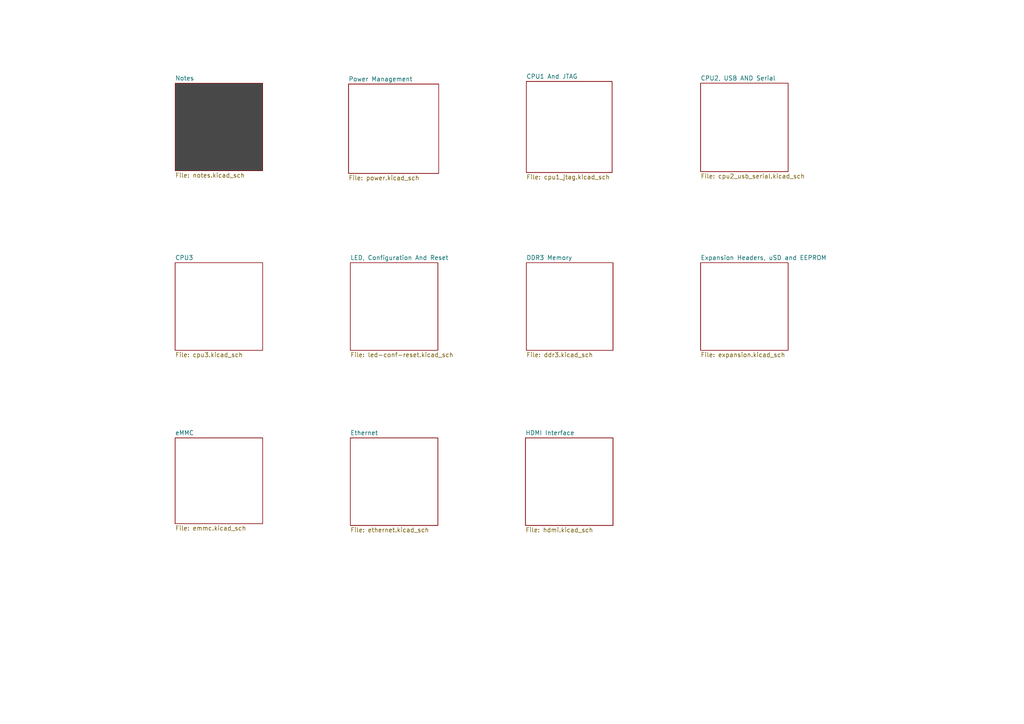
<source format=kicad_sch>
(kicad_sch
	(version 20231120)
	(generator "eeschema")
	(generator_version "8.0")
	(uuid "1648246a-cfdb-455c-9060-87fd156f3ecc")
	(paper "A4")
	(lib_symbols)
	(sheet
		(at 101.6 76.2)
		(size 25.4 25.4)
		(fields_autoplaced yes)
		(stroke
			(width 0.1524)
			(type solid)
		)
		(fill
			(color 0 0 0 0.0000)
		)
		(uuid "2d06aaa2-6deb-4b15-a772-4ad52d0b4c48")
		(property "Sheetname" "LED, Configuration And Reset"
			(at 101.6 75.4884 0)
			(effects
				(font
					(size 1.27 1.27)
				)
				(justify left bottom)
			)
		)
		(property "Sheetfile" "led-conf-reset.kicad_sch"
			(at 101.6 102.1846 0)
			(effects
				(font
					(size 1.27 1.27)
				)
				(justify left top)
			)
		)
		(instances
			(project "ginger-micro-board"
				(path "/1648246a-cfdb-455c-9060-87fd156f3ecc"
					(page "6")
				)
			)
		)
	)
	(sheet
		(at 152.654 23.622)
		(size 24.892 26.416)
		(fields_autoplaced yes)
		(stroke
			(width 0.1524)
			(type solid)
		)
		(fill
			(color 0 0 0 0.0000)
		)
		(uuid "36c59a1a-0949-4719-9755-a87e14795491")
		(property "Sheetname" "CPU1 And JTAG"
			(at 152.654 22.9104 0)
			(effects
				(font
					(size 1.27 1.27)
				)
				(justify left bottom)
			)
		)
		(property "Sheetfile" "cpu1_jtag.kicad_sch"
			(at 152.654 50.6226 0)
			(effects
				(font
					(size 1.27 1.27)
				)
				(justify left top)
			)
		)
		(instances
			(project "ginger-micro-board"
				(path "/1648246a-cfdb-455c-9060-87fd156f3ecc"
					(page "3")
				)
			)
		)
	)
	(sheet
		(at 152.4 127)
		(size 25.4 25.4)
		(fields_autoplaced yes)
		(stroke
			(width 0.1524)
			(type solid)
		)
		(fill
			(color 0 0 0 0.0000)
		)
		(uuid "81d4b508-0126-4f28-b37c-19ab9464c792")
		(property "Sheetname" "HDMI Interface"
			(at 152.4 126.2884 0)
			(effects
				(font
					(size 1.27 1.27)
				)
				(justify left bottom)
			)
		)
		(property "Sheetfile" "hdmi.kicad_sch"
			(at 152.4 152.9846 0)
			(effects
				(font
					(size 1.27 1.27)
				)
				(justify left top)
			)
		)
		(instances
			(project "ginger-micro-board"
				(path "/1648246a-cfdb-455c-9060-87fd156f3ecc"
					(page "10")
				)
			)
		)
	)
	(sheet
		(at 50.8 127)
		(size 25.4 24.892)
		(fields_autoplaced yes)
		(stroke
			(width 0.1524)
			(type solid)
		)
		(fill
			(color 0 0 0 0.0000)
		)
		(uuid "91be6c89-b132-4b34-9c60-5067d940cefe")
		(property "Sheetname" "eMMC"
			(at 50.8 126.2884 0)
			(effects
				(font
					(size 1.27 1.27)
				)
				(justify left bottom)
			)
		)
		(property "Sheetfile" "emmc.kicad_sch"
			(at 50.8 152.4766 0)
			(effects
				(font
					(size 1.27 1.27)
				)
				(justify left top)
			)
		)
		(instances
			(project "ginger-micro-board"
				(path "/1648246a-cfdb-455c-9060-87fd156f3ecc"
					(page "8")
				)
			)
		)
	)
	(sheet
		(at 152.654 76.2)
		(size 25.146 25.4)
		(fields_autoplaced yes)
		(stroke
			(width 0.1524)
			(type solid)
		)
		(fill
			(color 0 0 0 0.0000)
		)
		(uuid "aedcbe41-ee3d-4c0c-a6a0-c6ca3f8a499e")
		(property "Sheetname" "DDR3 Memory"
			(at 152.654 75.4884 0)
			(effects
				(font
					(size 1.27 1.27)
				)
				(justify left bottom)
			)
		)
		(property "Sheetfile" "ddr3.kicad_sch"
			(at 152.654 102.1846 0)
			(effects
				(font
					(size 1.27 1.27)
				)
				(justify left top)
			)
		)
		(instances
			(project "ginger-micro-board"
				(path "/1648246a-cfdb-455c-9060-87fd156f3ecc"
					(page "7")
				)
			)
		)
	)
	(sheet
		(at 50.8 76.2)
		(size 25.4 25.4)
		(fields_autoplaced yes)
		(stroke
			(width 0.1524)
			(type solid)
		)
		(fill
			(color 0 0 0 0.0000)
		)
		(uuid "b4e10f7b-4bfb-457f-8436-57eff61fca3a")
		(property "Sheetname" "CPU3"
			(at 50.8 75.4884 0)
			(effects
				(font
					(size 1.27 1.27)
				)
				(justify left bottom)
			)
		)
		(property "Sheetfile" "cpu3.kicad_sch"
			(at 50.8 102.1846 0)
			(effects
				(font
					(size 1.27 1.27)
				)
				(justify left top)
			)
		)
		(instances
			(project "ginger-micro-board"
				(path "/1648246a-cfdb-455c-9060-87fd156f3ecc"
					(page "5")
				)
			)
		)
	)
	(sheet
		(at 203.2 76.2)
		(size 25.4 25.4)
		(fields_autoplaced yes)
		(stroke
			(width 0.1524)
			(type solid)
		)
		(fill
			(color 0 0 0 0.0000)
		)
		(uuid "b772ba6e-7558-4f59-895f-3172e3573c0c")
		(property "Sheetname" "Expansion Headers, uSD and EEPROM"
			(at 203.2 75.4884 0)
			(effects
				(font
					(size 1.27 1.27)
				)
				(justify left bottom)
			)
		)
		(property "Sheetfile" "expansion.kicad_sch"
			(at 203.2 102.1846 0)
			(effects
				(font
					(size 1.27 1.27)
				)
				(justify left top)
			)
		)
		(instances
			(project "ginger-micro-board"
				(path "/1648246a-cfdb-455c-9060-87fd156f3ecc"
					(page "11")
				)
			)
		)
	)
	(sheet
		(at 50.8 24.13)
		(size 25.4 25.4)
		(fields_autoplaced yes)
		(stroke
			(width 0.1524)
			(type solid)
		)
		(fill
			(color 72 72 72 1.0000)
		)
		(uuid "b914f331-35b7-444f-9be9-cfd77a78636a")
		(property "Sheetname" "Notes"
			(at 50.8 23.4184 0)
			(effects
				(font
					(size 1.27 1.27)
				)
				(justify left bottom)
			)
		)
		(property "Sheetfile" "notes.kicad_sch"
			(at 50.8 50.1146 0)
			(effects
				(font
					(size 1.27 1.27)
				)
				(justify left top)
			)
		)
		(instances
			(project "ginger-micro-board"
				(path "/1648246a-cfdb-455c-9060-87fd156f3ecc"
					(page "1")
				)
			)
		)
	)
	(sheet
		(at 101.6 127)
		(size 25.4 25.4)
		(fields_autoplaced yes)
		(stroke
			(width 0.1524)
			(type solid)
		)
		(fill
			(color 0 0 0 0.0000)
		)
		(uuid "cc18cf2b-23ac-430c-b51c-b6a4d783027b")
		(property "Sheetname" "Ethernet"
			(at 101.6 126.2884 0)
			(effects
				(font
					(size 1.27 1.27)
				)
				(justify left bottom)
			)
		)
		(property "Sheetfile" "ethernet.kicad_sch"
			(at 101.6 152.9846 0)
			(effects
				(font
					(size 1.27 1.27)
				)
				(justify left top)
			)
		)
		(instances
			(project "ginger-micro-board"
				(path "/1648246a-cfdb-455c-9060-87fd156f3ecc"
					(page "9")
				)
			)
		)
	)
	(sheet
		(at 203.2 24.13)
		(size 25.4 25.654)
		(fields_autoplaced yes)
		(stroke
			(width 0.1524)
			(type solid)
		)
		(fill
			(color 0 0 0 0.0000)
		)
		(uuid "d2ec2b42-36fe-4830-834e-bcc2c17def23")
		(property "Sheetname" "CPU2, USB AND Serial"
			(at 203.2 23.4184 0)
			(effects
				(font
					(size 1.27 1.27)
				)
				(justify left bottom)
			)
		)
		(property "Sheetfile" "cpu2_usb_serial.kicad_sch"
			(at 203.2 50.3686 0)
			(effects
				(font
					(size 1.27 1.27)
				)
				(justify left top)
			)
		)
		(instances
			(project "ginger-micro-board"
				(path "/1648246a-cfdb-455c-9060-87fd156f3ecc"
					(page "4")
				)
			)
		)
	)
	(sheet
		(at 101.092 24.384)
		(size 26.162 25.908)
		(fields_autoplaced yes)
		(stroke
			(width 0.1524)
			(type solid)
		)
		(fill
			(color 0 0 0 0.0000)
		)
		(uuid "fee1a3f0-1fb6-4dc3-9a19-10db5903192c")
		(property "Sheetname" "Power Management"
			(at 101.092 23.6724 0)
			(effects
				(font
					(size 1.27 1.27)
				)
				(justify left bottom)
			)
		)
		(property "Sheetfile" "power.kicad_sch"
			(at 101.092 50.8766 0)
			(effects
				(font
					(size 1.27 1.27)
				)
				(justify left top)
			)
		)
		(instances
			(project "ginger-micro-board"
				(path "/1648246a-cfdb-455c-9060-87fd156f3ecc"
					(page "2")
				)
			)
		)
	)
	(sheet_instances
		(path "/"
			(page "1")
		)
	)
)

</source>
